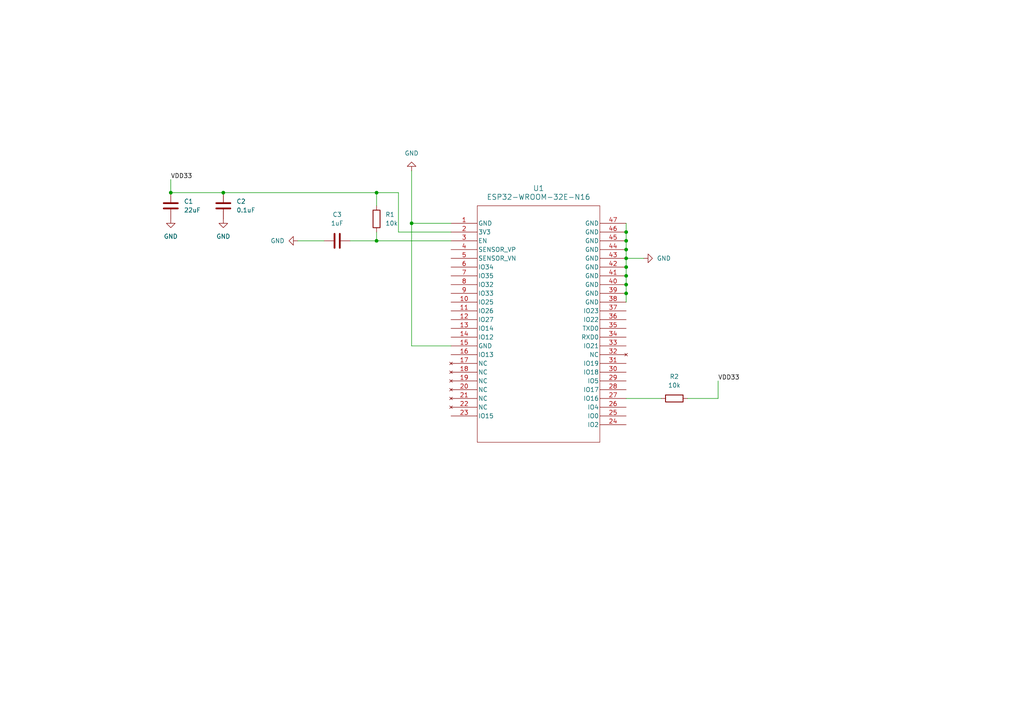
<source format=kicad_sch>
(kicad_sch
	(version 20231120)
	(generator "eeschema")
	(generator_version "8.0")
	(uuid "57743234-ce47-4192-879d-b8e0ce8cd561")
	(paper "A4")
	(lib_symbols
		(symbol "2024-10-13_22-34-19:ESP32-WROOM-32E-N16"
			(pin_names
				(offset 0.254)
			)
			(exclude_from_sim no)
			(in_bom yes)
			(on_board yes)
			(property "Reference" "U"
				(at 25.4 10.16 0)
				(effects
					(font
						(size 1.524 1.524)
					)
				)
			)
			(property "Value" "ESP32-WROOM-32E-N16"
				(at 25.4 7.62 0)
				(effects
					(font
						(size 1.524 1.524)
					)
				)
			)
			(property "Footprint" "ESP32-WROOM-32E_EXP"
				(at 0 0 0)
				(effects
					(font
						(size 1.27 1.27)
						(italic yes)
					)
					(hide yes)
				)
			)
			(property "Datasheet" "ESP32-WROOM-32E-N16"
				(at 0 0 0)
				(effects
					(font
						(size 1.27 1.27)
						(italic yes)
					)
					(hide yes)
				)
			)
			(property "Description" ""
				(at 0 0 0)
				(effects
					(font
						(size 1.27 1.27)
					)
					(hide yes)
				)
			)
			(property "ki_locked" ""
				(at 0 0 0)
				(effects
					(font
						(size 1.27 1.27)
					)
				)
			)
			(property "ki_keywords" "ESP32-WROOM-32E-N16"
				(at 0 0 0)
				(effects
					(font
						(size 1.27 1.27)
					)
					(hide yes)
				)
			)
			(property "ki_fp_filters" "ESP32-WROOM-32E_EXP"
				(at 0 0 0)
				(effects
					(font
						(size 1.27 1.27)
					)
					(hide yes)
				)
			)
			(symbol "ESP32-WROOM-32E-N16_0_1"
				(polyline
					(pts
						(xy 7.62 -63.5) (xy 43.18 -63.5)
					)
					(stroke
						(width 0.127)
						(type default)
					)
					(fill
						(type none)
					)
				)
				(polyline
					(pts
						(xy 7.62 5.08) (xy 7.62 -63.5)
					)
					(stroke
						(width 0.127)
						(type default)
					)
					(fill
						(type none)
					)
				)
				(polyline
					(pts
						(xy 43.18 -63.5) (xy 43.18 5.08)
					)
					(stroke
						(width 0.127)
						(type default)
					)
					(fill
						(type none)
					)
				)
				(polyline
					(pts
						(xy 43.18 5.08) (xy 7.62 5.08)
					)
					(stroke
						(width 0.127)
						(type default)
					)
					(fill
						(type none)
					)
				)
				(pin power_out line
					(at 0 0 0)
					(length 7.62)
					(name "GND"
						(effects
							(font
								(size 1.27 1.27)
							)
						)
					)
					(number "1"
						(effects
							(font
								(size 1.27 1.27)
							)
						)
					)
				)
				(pin bidirectional line
					(at 0 -22.86 0)
					(length 7.62)
					(name "IO25"
						(effects
							(font
								(size 1.27 1.27)
							)
						)
					)
					(number "10"
						(effects
							(font
								(size 1.27 1.27)
							)
						)
					)
				)
				(pin bidirectional line
					(at 0 -25.4 0)
					(length 7.62)
					(name "IO26"
						(effects
							(font
								(size 1.27 1.27)
							)
						)
					)
					(number "11"
						(effects
							(font
								(size 1.27 1.27)
							)
						)
					)
				)
				(pin bidirectional line
					(at 0 -27.94 0)
					(length 7.62)
					(name "IO27"
						(effects
							(font
								(size 1.27 1.27)
							)
						)
					)
					(number "12"
						(effects
							(font
								(size 1.27 1.27)
							)
						)
					)
				)
				(pin bidirectional line
					(at 0 -30.48 0)
					(length 7.62)
					(name "IO14"
						(effects
							(font
								(size 1.27 1.27)
							)
						)
					)
					(number "13"
						(effects
							(font
								(size 1.27 1.27)
							)
						)
					)
				)
				(pin bidirectional line
					(at 0 -33.02 0)
					(length 7.62)
					(name "IO12"
						(effects
							(font
								(size 1.27 1.27)
							)
						)
					)
					(number "14"
						(effects
							(font
								(size 1.27 1.27)
							)
						)
					)
				)
				(pin power_out line
					(at 0 -35.56 0)
					(length 7.62)
					(name "GND"
						(effects
							(font
								(size 1.27 1.27)
							)
						)
					)
					(number "15"
						(effects
							(font
								(size 1.27 1.27)
							)
						)
					)
				)
				(pin bidirectional line
					(at 0 -38.1 0)
					(length 7.62)
					(name "IO13"
						(effects
							(font
								(size 1.27 1.27)
							)
						)
					)
					(number "16"
						(effects
							(font
								(size 1.27 1.27)
							)
						)
					)
				)
				(pin no_connect line
					(at 0 -40.64 0)
					(length 7.62)
					(name "NC"
						(effects
							(font
								(size 1.27 1.27)
							)
						)
					)
					(number "17"
						(effects
							(font
								(size 1.27 1.27)
							)
						)
					)
				)
				(pin no_connect line
					(at 0 -43.18 0)
					(length 7.62)
					(name "NC"
						(effects
							(font
								(size 1.27 1.27)
							)
						)
					)
					(number "18"
						(effects
							(font
								(size 1.27 1.27)
							)
						)
					)
				)
				(pin no_connect line
					(at 0 -45.72 0)
					(length 7.62)
					(name "NC"
						(effects
							(font
								(size 1.27 1.27)
							)
						)
					)
					(number "19"
						(effects
							(font
								(size 1.27 1.27)
							)
						)
					)
				)
				(pin power_in line
					(at 0 -2.54 0)
					(length 7.62)
					(name "3V3"
						(effects
							(font
								(size 1.27 1.27)
							)
						)
					)
					(number "2"
						(effects
							(font
								(size 1.27 1.27)
							)
						)
					)
				)
				(pin no_connect line
					(at 0 -48.26 0)
					(length 7.62)
					(name "NC"
						(effects
							(font
								(size 1.27 1.27)
							)
						)
					)
					(number "20"
						(effects
							(font
								(size 1.27 1.27)
							)
						)
					)
				)
				(pin no_connect line
					(at 0 -50.8 0)
					(length 7.62)
					(name "NC"
						(effects
							(font
								(size 1.27 1.27)
							)
						)
					)
					(number "21"
						(effects
							(font
								(size 1.27 1.27)
							)
						)
					)
				)
				(pin no_connect line
					(at 0 -53.34 0)
					(length 7.62)
					(name "NC"
						(effects
							(font
								(size 1.27 1.27)
							)
						)
					)
					(number "22"
						(effects
							(font
								(size 1.27 1.27)
							)
						)
					)
				)
				(pin bidirectional line
					(at 0 -55.88 0)
					(length 7.62)
					(name "IO15"
						(effects
							(font
								(size 1.27 1.27)
							)
						)
					)
					(number "23"
						(effects
							(font
								(size 1.27 1.27)
							)
						)
					)
				)
				(pin bidirectional line
					(at 50.8 -58.42 180)
					(length 7.62)
					(name "IO2"
						(effects
							(font
								(size 1.27 1.27)
							)
						)
					)
					(number "24"
						(effects
							(font
								(size 1.27 1.27)
							)
						)
					)
				)
				(pin bidirectional line
					(at 50.8 -55.88 180)
					(length 7.62)
					(name "IO0"
						(effects
							(font
								(size 1.27 1.27)
							)
						)
					)
					(number "25"
						(effects
							(font
								(size 1.27 1.27)
							)
						)
					)
				)
				(pin bidirectional line
					(at 50.8 -53.34 180)
					(length 7.62)
					(name "IO4"
						(effects
							(font
								(size 1.27 1.27)
							)
						)
					)
					(number "26"
						(effects
							(font
								(size 1.27 1.27)
							)
						)
					)
				)
				(pin bidirectional line
					(at 50.8 -50.8 180)
					(length 7.62)
					(name "IO16"
						(effects
							(font
								(size 1.27 1.27)
							)
						)
					)
					(number "27"
						(effects
							(font
								(size 1.27 1.27)
							)
						)
					)
				)
				(pin bidirectional line
					(at 50.8 -48.26 180)
					(length 7.62)
					(name "IO17"
						(effects
							(font
								(size 1.27 1.27)
							)
						)
					)
					(number "28"
						(effects
							(font
								(size 1.27 1.27)
							)
						)
					)
				)
				(pin bidirectional line
					(at 50.8 -45.72 180)
					(length 7.62)
					(name "IO5"
						(effects
							(font
								(size 1.27 1.27)
							)
						)
					)
					(number "29"
						(effects
							(font
								(size 1.27 1.27)
							)
						)
					)
				)
				(pin input line
					(at 0 -5.08 0)
					(length 7.62)
					(name "EN"
						(effects
							(font
								(size 1.27 1.27)
							)
						)
					)
					(number "3"
						(effects
							(font
								(size 1.27 1.27)
							)
						)
					)
				)
				(pin bidirectional line
					(at 50.8 -43.18 180)
					(length 7.62)
					(name "IO18"
						(effects
							(font
								(size 1.27 1.27)
							)
						)
					)
					(number "30"
						(effects
							(font
								(size 1.27 1.27)
							)
						)
					)
				)
				(pin bidirectional line
					(at 50.8 -40.64 180)
					(length 7.62)
					(name "IO19"
						(effects
							(font
								(size 1.27 1.27)
							)
						)
					)
					(number "31"
						(effects
							(font
								(size 1.27 1.27)
							)
						)
					)
				)
				(pin no_connect line
					(at 50.8 -38.1 180)
					(length 7.62)
					(name "NC"
						(effects
							(font
								(size 1.27 1.27)
							)
						)
					)
					(number "32"
						(effects
							(font
								(size 1.27 1.27)
							)
						)
					)
				)
				(pin bidirectional line
					(at 50.8 -35.56 180)
					(length 7.62)
					(name "IO21"
						(effects
							(font
								(size 1.27 1.27)
							)
						)
					)
					(number "33"
						(effects
							(font
								(size 1.27 1.27)
							)
						)
					)
				)
				(pin bidirectional line
					(at 50.8 -33.02 180)
					(length 7.62)
					(name "RXD0"
						(effects
							(font
								(size 1.27 1.27)
							)
						)
					)
					(number "34"
						(effects
							(font
								(size 1.27 1.27)
							)
						)
					)
				)
				(pin bidirectional line
					(at 50.8 -30.48 180)
					(length 7.62)
					(name "TXD0"
						(effects
							(font
								(size 1.27 1.27)
							)
						)
					)
					(number "35"
						(effects
							(font
								(size 1.27 1.27)
							)
						)
					)
				)
				(pin bidirectional line
					(at 50.8 -27.94 180)
					(length 7.62)
					(name "IO22"
						(effects
							(font
								(size 1.27 1.27)
							)
						)
					)
					(number "36"
						(effects
							(font
								(size 1.27 1.27)
							)
						)
					)
				)
				(pin bidirectional line
					(at 50.8 -25.4 180)
					(length 7.62)
					(name "IO23"
						(effects
							(font
								(size 1.27 1.27)
							)
						)
					)
					(number "37"
						(effects
							(font
								(size 1.27 1.27)
							)
						)
					)
				)
				(pin power_out line
					(at 50.8 -22.86 180)
					(length 7.62)
					(name "GND"
						(effects
							(font
								(size 1.27 1.27)
							)
						)
					)
					(number "38"
						(effects
							(font
								(size 1.27 1.27)
							)
						)
					)
				)
				(pin power_out line
					(at 50.8 -20.32 180)
					(length 7.62)
					(name "GND"
						(effects
							(font
								(size 1.27 1.27)
							)
						)
					)
					(number "39"
						(effects
							(font
								(size 1.27 1.27)
							)
						)
					)
				)
				(pin input line
					(at 0 -7.62 0)
					(length 7.62)
					(name "SENSOR_VP"
						(effects
							(font
								(size 1.27 1.27)
							)
						)
					)
					(number "4"
						(effects
							(font
								(size 1.27 1.27)
							)
						)
					)
				)
				(pin power_out line
					(at 50.8 -17.78 180)
					(length 7.62)
					(name "GND"
						(effects
							(font
								(size 1.27 1.27)
							)
						)
					)
					(number "40"
						(effects
							(font
								(size 1.27 1.27)
							)
						)
					)
				)
				(pin power_out line
					(at 50.8 -15.24 180)
					(length 7.62)
					(name "GND"
						(effects
							(font
								(size 1.27 1.27)
							)
						)
					)
					(number "41"
						(effects
							(font
								(size 1.27 1.27)
							)
						)
					)
				)
				(pin power_out line
					(at 50.8 -12.7 180)
					(length 7.62)
					(name "GND"
						(effects
							(font
								(size 1.27 1.27)
							)
						)
					)
					(number "42"
						(effects
							(font
								(size 1.27 1.27)
							)
						)
					)
				)
				(pin power_out line
					(at 50.8 -10.16 180)
					(length 7.62)
					(name "GND"
						(effects
							(font
								(size 1.27 1.27)
							)
						)
					)
					(number "43"
						(effects
							(font
								(size 1.27 1.27)
							)
						)
					)
				)
				(pin power_out line
					(at 50.8 -7.62 180)
					(length 7.62)
					(name "GND"
						(effects
							(font
								(size 1.27 1.27)
							)
						)
					)
					(number "44"
						(effects
							(font
								(size 1.27 1.27)
							)
						)
					)
				)
				(pin power_out line
					(at 50.8 -5.08 180)
					(length 7.62)
					(name "GND"
						(effects
							(font
								(size 1.27 1.27)
							)
						)
					)
					(number "45"
						(effects
							(font
								(size 1.27 1.27)
							)
						)
					)
				)
				(pin power_out line
					(at 50.8 -2.54 180)
					(length 7.62)
					(name "GND"
						(effects
							(font
								(size 1.27 1.27)
							)
						)
					)
					(number "46"
						(effects
							(font
								(size 1.27 1.27)
							)
						)
					)
				)
				(pin power_out line
					(at 50.8 0 180)
					(length 7.62)
					(name "GND"
						(effects
							(font
								(size 1.27 1.27)
							)
						)
					)
					(number "47"
						(effects
							(font
								(size 1.27 1.27)
							)
						)
					)
				)
				(pin input line
					(at 0 -10.16 0)
					(length 7.62)
					(name "SENSOR_VN"
						(effects
							(font
								(size 1.27 1.27)
							)
						)
					)
					(number "5"
						(effects
							(font
								(size 1.27 1.27)
							)
						)
					)
				)
				(pin input line
					(at 0 -12.7 0)
					(length 7.62)
					(name "IO34"
						(effects
							(font
								(size 1.27 1.27)
							)
						)
					)
					(number "6"
						(effects
							(font
								(size 1.27 1.27)
							)
						)
					)
				)
				(pin input line
					(at 0 -15.24 0)
					(length 7.62)
					(name "IO35"
						(effects
							(font
								(size 1.27 1.27)
							)
						)
					)
					(number "7"
						(effects
							(font
								(size 1.27 1.27)
							)
						)
					)
				)
				(pin bidirectional line
					(at 0 -17.78 0)
					(length 7.62)
					(name "IO32"
						(effects
							(font
								(size 1.27 1.27)
							)
						)
					)
					(number "8"
						(effects
							(font
								(size 1.27 1.27)
							)
						)
					)
				)
				(pin bidirectional line
					(at 0 -20.32 0)
					(length 7.62)
					(name "IO33"
						(effects
							(font
								(size 1.27 1.27)
							)
						)
					)
					(number "9"
						(effects
							(font
								(size 1.27 1.27)
							)
						)
					)
				)
			)
		)
		(symbol "Device:C"
			(pin_numbers hide)
			(pin_names
				(offset 0.254)
			)
			(exclude_from_sim no)
			(in_bom yes)
			(on_board yes)
			(property "Reference" "C"
				(at 0.635 2.54 0)
				(effects
					(font
						(size 1.27 1.27)
					)
					(justify left)
				)
			)
			(property "Value" "C"
				(at 0.635 -2.54 0)
				(effects
					(font
						(size 1.27 1.27)
					)
					(justify left)
				)
			)
			(property "Footprint" ""
				(at 0.9652 -3.81 0)
				(effects
					(font
						(size 1.27 1.27)
					)
					(hide yes)
				)
			)
			(property "Datasheet" "~"
				(at 0 0 0)
				(effects
					(font
						(size 1.27 1.27)
					)
					(hide yes)
				)
			)
			(property "Description" "Unpolarized capacitor"
				(at 0 0 0)
				(effects
					(font
						(size 1.27 1.27)
					)
					(hide yes)
				)
			)
			(property "ki_keywords" "cap capacitor"
				(at 0 0 0)
				(effects
					(font
						(size 1.27 1.27)
					)
					(hide yes)
				)
			)
			(property "ki_fp_filters" "C_*"
				(at 0 0 0)
				(effects
					(font
						(size 1.27 1.27)
					)
					(hide yes)
				)
			)
			(symbol "C_0_1"
				(polyline
					(pts
						(xy -2.032 -0.762) (xy 2.032 -0.762)
					)
					(stroke
						(width 0.508)
						(type default)
					)
					(fill
						(type none)
					)
				)
				(polyline
					(pts
						(xy -2.032 0.762) (xy 2.032 0.762)
					)
					(stroke
						(width 0.508)
						(type default)
					)
					(fill
						(type none)
					)
				)
			)
			(symbol "C_1_1"
				(pin passive line
					(at 0 3.81 270)
					(length 2.794)
					(name "~"
						(effects
							(font
								(size 1.27 1.27)
							)
						)
					)
					(number "1"
						(effects
							(font
								(size 1.27 1.27)
							)
						)
					)
				)
				(pin passive line
					(at 0 -3.81 90)
					(length 2.794)
					(name "~"
						(effects
							(font
								(size 1.27 1.27)
							)
						)
					)
					(number "2"
						(effects
							(font
								(size 1.27 1.27)
							)
						)
					)
				)
			)
		)
		(symbol "Device:R"
			(pin_numbers hide)
			(pin_names
				(offset 0)
			)
			(exclude_from_sim no)
			(in_bom yes)
			(on_board yes)
			(property "Reference" "R"
				(at 2.032 0 90)
				(effects
					(font
						(size 1.27 1.27)
					)
				)
			)
			(property "Value" "R"
				(at 0 0 90)
				(effects
					(font
						(size 1.27 1.27)
					)
				)
			)
			(property "Footprint" ""
				(at -1.778 0 90)
				(effects
					(font
						(size 1.27 1.27)
					)
					(hide yes)
				)
			)
			(property "Datasheet" "~"
				(at 0 0 0)
				(effects
					(font
						(size 1.27 1.27)
					)
					(hide yes)
				)
			)
			(property "Description" "Resistor"
				(at 0 0 0)
				(effects
					(font
						(size 1.27 1.27)
					)
					(hide yes)
				)
			)
			(property "ki_keywords" "R res resistor"
				(at 0 0 0)
				(effects
					(font
						(size 1.27 1.27)
					)
					(hide yes)
				)
			)
			(property "ki_fp_filters" "R_*"
				(at 0 0 0)
				(effects
					(font
						(size 1.27 1.27)
					)
					(hide yes)
				)
			)
			(symbol "R_0_1"
				(rectangle
					(start -1.016 -2.54)
					(end 1.016 2.54)
					(stroke
						(width 0.254)
						(type default)
					)
					(fill
						(type none)
					)
				)
			)
			(symbol "R_1_1"
				(pin passive line
					(at 0 3.81 270)
					(length 1.27)
					(name "~"
						(effects
							(font
								(size 1.27 1.27)
							)
						)
					)
					(number "1"
						(effects
							(font
								(size 1.27 1.27)
							)
						)
					)
				)
				(pin passive line
					(at 0 -3.81 90)
					(length 1.27)
					(name "~"
						(effects
							(font
								(size 1.27 1.27)
							)
						)
					)
					(number "2"
						(effects
							(font
								(size 1.27 1.27)
							)
						)
					)
				)
			)
		)
		(symbol "power:GND"
			(power)
			(pin_numbers hide)
			(pin_names
				(offset 0) hide)
			(exclude_from_sim no)
			(in_bom yes)
			(on_board yes)
			(property "Reference" "#PWR"
				(at 0 -6.35 0)
				(effects
					(font
						(size 1.27 1.27)
					)
					(hide yes)
				)
			)
			(property "Value" "GND"
				(at 0 -3.81 0)
				(effects
					(font
						(size 1.27 1.27)
					)
				)
			)
			(property "Footprint" ""
				(at 0 0 0)
				(effects
					(font
						(size 1.27 1.27)
					)
					(hide yes)
				)
			)
			(property "Datasheet" ""
				(at 0 0 0)
				(effects
					(font
						(size 1.27 1.27)
					)
					(hide yes)
				)
			)
			(property "Description" "Power symbol creates a global label with name \"GND\" , ground"
				(at 0 0 0)
				(effects
					(font
						(size 1.27 1.27)
					)
					(hide yes)
				)
			)
			(property "ki_keywords" "global power"
				(at 0 0 0)
				(effects
					(font
						(size 1.27 1.27)
					)
					(hide yes)
				)
			)
			(symbol "GND_0_1"
				(polyline
					(pts
						(xy 0 0) (xy 0 -1.27) (xy 1.27 -1.27) (xy 0 -2.54) (xy -1.27 -1.27) (xy 0 -1.27)
					)
					(stroke
						(width 0)
						(type default)
					)
					(fill
						(type none)
					)
				)
			)
			(symbol "GND_1_1"
				(pin power_in line
					(at 0 0 270)
					(length 0)
					(name "~"
						(effects
							(font
								(size 1.27 1.27)
							)
						)
					)
					(number "1"
						(effects
							(font
								(size 1.27 1.27)
							)
						)
					)
				)
			)
		)
	)
	(junction
		(at 181.61 74.93)
		(diameter 0)
		(color 0 0 0 0)
		(uuid "12264ff2-ff2d-4e0d-ad6c-b5cb679e8118")
	)
	(junction
		(at 49.53 55.88)
		(diameter 0)
		(color 0 0 0 0)
		(uuid "1fd380f9-c69c-4673-95a5-3c377ba01383")
	)
	(junction
		(at 181.61 69.85)
		(diameter 0)
		(color 0 0 0 0)
		(uuid "39062bd6-01f0-4407-86f8-eacb45949a02")
	)
	(junction
		(at 181.61 82.55)
		(diameter 0)
		(color 0 0 0 0)
		(uuid "40e41774-065e-4ec4-b03e-20bc58f63fcc")
	)
	(junction
		(at 119.38 64.77)
		(diameter 0)
		(color 0 0 0 0)
		(uuid "42c96e87-0ee6-466d-9df2-ff8b4b6715d7")
	)
	(junction
		(at 181.61 67.31)
		(diameter 0)
		(color 0 0 0 0)
		(uuid "5646363a-543e-463f-b887-58ce7b402f25")
	)
	(junction
		(at 181.61 80.01)
		(diameter 0)
		(color 0 0 0 0)
		(uuid "65d706d2-d046-4bb8-8514-109a7195dd3c")
	)
	(junction
		(at 181.61 85.09)
		(diameter 0)
		(color 0 0 0 0)
		(uuid "6ba9fff7-6d38-4678-b67c-1d821120e9dd")
	)
	(junction
		(at 109.22 55.88)
		(diameter 0)
		(color 0 0 0 0)
		(uuid "a5ce9fde-07e6-4010-bea8-92b0313446f9")
	)
	(junction
		(at 181.61 72.39)
		(diameter 0)
		(color 0 0 0 0)
		(uuid "da825bfe-99a9-454d-b236-d8a7f3289feb")
	)
	(junction
		(at 109.22 69.85)
		(diameter 0)
		(color 0 0 0 0)
		(uuid "e13028d2-ac4e-450f-8275-9f4ca24d5402")
	)
	(junction
		(at 64.77 55.88)
		(diameter 0)
		(color 0 0 0 0)
		(uuid "ec1e38f6-b4ad-4c09-9e85-68215a5047bc")
	)
	(junction
		(at 181.61 77.47)
		(diameter 0)
		(color 0 0 0 0)
		(uuid "ec32f1ec-f938-4bb9-ba48-0cadc2ff5617")
	)
	(wire
		(pts
			(xy 109.22 55.88) (xy 115.57 55.88)
		)
		(stroke
			(width 0)
			(type default)
		)
		(uuid "011dbb80-7c6e-43eb-a272-fc25b30d59fc")
	)
	(wire
		(pts
			(xy 130.81 100.33) (xy 119.38 100.33)
		)
		(stroke
			(width 0)
			(type default)
		)
		(uuid "110cdc7b-71e2-4394-8bd3-b775358761a5")
	)
	(wire
		(pts
			(xy 130.81 67.31) (xy 115.57 67.31)
		)
		(stroke
			(width 0)
			(type default)
		)
		(uuid "146ad115-43be-45e0-bfaa-6c53bf65b923")
	)
	(wire
		(pts
			(xy 208.28 110.49) (xy 208.28 115.57)
		)
		(stroke
			(width 0)
			(type default)
		)
		(uuid "14710d44-86d7-475d-8035-d3cdc1f6cb55")
	)
	(wire
		(pts
			(xy 109.22 55.88) (xy 109.22 59.69)
		)
		(stroke
			(width 0)
			(type default)
		)
		(uuid "1c1ea002-8926-4f4b-83f8-816ec8644a3b")
	)
	(wire
		(pts
			(xy 109.22 55.88) (xy 64.77 55.88)
		)
		(stroke
			(width 0)
			(type default)
		)
		(uuid "2e09387c-e043-4f88-8a22-a6743edc780a")
	)
	(wire
		(pts
			(xy 119.38 64.77) (xy 119.38 100.33)
		)
		(stroke
			(width 0)
			(type default)
		)
		(uuid "2f4c17f9-1279-444d-ada2-054c4d354b0c")
	)
	(wire
		(pts
			(xy 109.22 69.85) (xy 130.81 69.85)
		)
		(stroke
			(width 0)
			(type default)
		)
		(uuid "31e01224-e7c7-4c4a-aa86-ce865c266b82")
	)
	(wire
		(pts
			(xy 101.6 69.85) (xy 109.22 69.85)
		)
		(stroke
			(width 0)
			(type default)
		)
		(uuid "3dde7420-f2f7-450a-b888-c94176901b77")
	)
	(wire
		(pts
			(xy 181.61 69.85) (xy 181.61 72.39)
		)
		(stroke
			(width 0)
			(type default)
		)
		(uuid "452b332e-0473-41fb-8c23-210f51710dad")
	)
	(wire
		(pts
			(xy 49.53 52.07) (xy 49.53 55.88)
		)
		(stroke
			(width 0)
			(type default)
		)
		(uuid "457aea50-a694-4f3d-b1e1-24e1b933a8b4")
	)
	(wire
		(pts
			(xy 119.38 49.53) (xy 119.38 64.77)
		)
		(stroke
			(width 0)
			(type default)
		)
		(uuid "46bcc631-ed0a-44d7-9078-b38877f37074")
	)
	(wire
		(pts
			(xy 181.61 82.55) (xy 181.61 85.09)
		)
		(stroke
			(width 0)
			(type default)
		)
		(uuid "4c880567-dad3-42fc-a738-1b0d41eeaf06")
	)
	(wire
		(pts
			(xy 181.61 85.09) (xy 181.61 87.63)
		)
		(stroke
			(width 0)
			(type default)
		)
		(uuid "6965f58d-b225-4579-8c39-b7e8cb1a3c81")
	)
	(wire
		(pts
			(xy 181.61 115.57) (xy 191.77 115.57)
		)
		(stroke
			(width 0)
			(type default)
		)
		(uuid "70cda676-2e31-41e7-8045-b865b2b42a8f")
	)
	(wire
		(pts
			(xy 199.39 115.57) (xy 208.28 115.57)
		)
		(stroke
			(width 0)
			(type default)
		)
		(uuid "7de3574a-49c3-4fe6-91c3-dcda07ce469f")
	)
	(wire
		(pts
			(xy 181.61 80.01) (xy 181.61 82.55)
		)
		(stroke
			(width 0)
			(type default)
		)
		(uuid "7f33f572-0a17-42be-bf5c-83450bf30119")
	)
	(wire
		(pts
			(xy 115.57 67.31) (xy 115.57 55.88)
		)
		(stroke
			(width 0)
			(type default)
		)
		(uuid "8da8311b-dfe0-4a92-8215-33c6f5647a19")
	)
	(wire
		(pts
			(xy 49.53 55.88) (xy 64.77 55.88)
		)
		(stroke
			(width 0)
			(type default)
		)
		(uuid "91c162f1-262a-43fc-a8ed-a5e7df398eab")
	)
	(wire
		(pts
			(xy 181.61 67.31) (xy 181.61 69.85)
		)
		(stroke
			(width 0)
			(type default)
		)
		(uuid "a24a184d-068d-4e2a-9354-65b736b6928d")
	)
	(wire
		(pts
			(xy 181.61 74.93) (xy 181.61 77.47)
		)
		(stroke
			(width 0)
			(type default)
		)
		(uuid "a5a685ac-9e77-40b8-a829-b5e2ee706d9f")
	)
	(wire
		(pts
			(xy 181.61 77.47) (xy 181.61 80.01)
		)
		(stroke
			(width 0)
			(type default)
		)
		(uuid "a8ed42f2-e72e-478c-8419-a1269a168bc3")
	)
	(wire
		(pts
			(xy 119.38 64.77) (xy 130.81 64.77)
		)
		(stroke
			(width 0)
			(type default)
		)
		(uuid "bc83ff1e-a2b5-4671-b343-4d58a7e44f96")
	)
	(wire
		(pts
			(xy 86.36 69.85) (xy 93.98 69.85)
		)
		(stroke
			(width 0)
			(type default)
		)
		(uuid "c296e954-e923-4127-85dd-40fdc985593f")
	)
	(wire
		(pts
			(xy 109.22 67.31) (xy 109.22 69.85)
		)
		(stroke
			(width 0)
			(type default)
		)
		(uuid "d7a1e1cd-23cc-4052-abcc-72d5f3cba611")
	)
	(wire
		(pts
			(xy 181.61 72.39) (xy 181.61 74.93)
		)
		(stroke
			(width 0)
			(type default)
		)
		(uuid "f28a8ee7-57a3-4292-bb69-801735487d3a")
	)
	(wire
		(pts
			(xy 181.61 74.93) (xy 186.69 74.93)
		)
		(stroke
			(width 0)
			(type default)
		)
		(uuid "f5b4eb64-3cc3-4e07-8b13-ef7ffc65e2d2")
	)
	(wire
		(pts
			(xy 181.61 64.77) (xy 181.61 67.31)
		)
		(stroke
			(width 0)
			(type default)
		)
		(uuid "feed6982-80ee-4bef-b90a-0b87c7ef10c3")
	)
	(label "VDD33"
		(at 49.53 52.07 0)
		(fields_autoplaced yes)
		(effects
			(font
				(size 1.27 1.27)
			)
			(justify left bottom)
		)
		(uuid "5cde9129-d521-470c-929f-1f6be0df7ece")
	)
	(label "VDD33"
		(at 208.28 110.49 0)
		(fields_autoplaced yes)
		(effects
			(font
				(size 1.27 1.27)
			)
			(justify left bottom)
		)
		(uuid "7cb00a9e-bdb8-4b7c-8e7b-0a578b60b952")
	)
	(symbol
		(lib_id "Device:C")
		(at 49.53 59.69 0)
		(unit 1)
		(exclude_from_sim no)
		(in_bom yes)
		(on_board yes)
		(dnp no)
		(fields_autoplaced yes)
		(uuid "2258b869-1884-40ad-809e-aefc83f95a2a")
		(property "Reference" "C1"
			(at 53.34 58.4199 0)
			(effects
				(font
					(size 1.27 1.27)
				)
				(justify left)
			)
		)
		(property "Value" "22uF"
			(at 53.34 60.9599 0)
			(effects
				(font
					(size 1.27 1.27)
				)
				(justify left)
			)
		)
		(property "Footprint" ""
			(at 50.4952 63.5 0)
			(effects
				(font
					(size 1.27 1.27)
				)
				(hide yes)
			)
		)
		(property "Datasheet" "~"
			(at 49.53 59.69 0)
			(effects
				(font
					(size 1.27 1.27)
				)
				(hide yes)
			)
		)
		(property "Description" "Unpolarized capacitor"
			(at 49.53 59.69 0)
			(effects
				(font
					(size 1.27 1.27)
				)
				(hide yes)
			)
		)
		(pin "1"
			(uuid "be44f1ab-9845-4f45-9c91-c37692becec6")
		)
		(pin "2"
			(uuid "2630002c-2485-4f1f-a290-38b3c7353345")
		)
		(instances
			(project ""
				(path "/57743234-ce47-4192-879d-b8e0ce8cd561"
					(reference "C1")
					(unit 1)
				)
			)
		)
	)
	(symbol
		(lib_id "power:GND")
		(at 86.36 69.85 270)
		(unit 1)
		(exclude_from_sim no)
		(in_bom yes)
		(on_board yes)
		(dnp no)
		(fields_autoplaced yes)
		(uuid "7482af4e-5e15-4a6b-9538-a641d5b0c81d")
		(property "Reference" "#PWR05"
			(at 80.01 69.85 0)
			(effects
				(font
					(size 1.27 1.27)
				)
				(hide yes)
			)
		)
		(property "Value" "GND"
			(at 82.55 69.8499 90)
			(effects
				(font
					(size 1.27 1.27)
				)
				(justify right)
			)
		)
		(property "Footprint" ""
			(at 86.36 69.85 0)
			(effects
				(font
					(size 1.27 1.27)
				)
				(hide yes)
			)
		)
		(property "Datasheet" ""
			(at 86.36 69.85 0)
			(effects
				(font
					(size 1.27 1.27)
				)
				(hide yes)
			)
		)
		(property "Description" "Power symbol creates a global label with name \"GND\" , ground"
			(at 86.36 69.85 0)
			(effects
				(font
					(size 1.27 1.27)
				)
				(hide yes)
			)
		)
		(pin "1"
			(uuid "7a53d309-72c8-4802-bb77-3f7285a73320")
		)
		(instances
			(project ""
				(path "/57743234-ce47-4192-879d-b8e0ce8cd561"
					(reference "#PWR05")
					(unit 1)
				)
			)
		)
	)
	(symbol
		(lib_id "Device:C")
		(at 64.77 59.69 0)
		(unit 1)
		(exclude_from_sim no)
		(in_bom yes)
		(on_board yes)
		(dnp no)
		(fields_autoplaced yes)
		(uuid "7d782799-e3ad-47ae-ad4c-c6fc8b9f0d11")
		(property "Reference" "C2"
			(at 68.58 58.4199 0)
			(effects
				(font
					(size 1.27 1.27)
				)
				(justify left)
			)
		)
		(property "Value" "0.1uF"
			(at 68.58 60.9599 0)
			(effects
				(font
					(size 1.27 1.27)
				)
				(justify left)
			)
		)
		(property "Footprint" ""
			(at 65.7352 63.5 0)
			(effects
				(font
					(size 1.27 1.27)
				)
				(hide yes)
			)
		)
		(property "Datasheet" "~"
			(at 64.77 59.69 0)
			(effects
				(font
					(size 1.27 1.27)
				)
				(hide yes)
			)
		)
		(property "Description" "Unpolarized capacitor"
			(at 64.77 59.69 0)
			(effects
				(font
					(size 1.27 1.27)
				)
				(hide yes)
			)
		)
		(pin "1"
			(uuid "49d0b6af-997c-4c12-a2eb-f5f1e8dc27e5")
		)
		(pin "2"
			(uuid "ce82ec84-a754-4d7d-ad71-4a77bb1856ec")
		)
		(instances
			(project ""
				(path "/57743234-ce47-4192-879d-b8e0ce8cd561"
					(reference "C2")
					(unit 1)
				)
			)
		)
	)
	(symbol
		(lib_id "power:GND")
		(at 119.38 49.53 180)
		(unit 1)
		(exclude_from_sim no)
		(in_bom yes)
		(on_board yes)
		(dnp no)
		(fields_autoplaced yes)
		(uuid "7f30c647-6b35-4e8b-8c1d-b4f69ee8ac54")
		(property "Reference" "#PWR01"
			(at 119.38 43.18 0)
			(effects
				(font
					(size 1.27 1.27)
				)
				(hide yes)
			)
		)
		(property "Value" "GND"
			(at 119.38 44.45 0)
			(effects
				(font
					(size 1.27 1.27)
				)
			)
		)
		(property "Footprint" ""
			(at 119.38 49.53 0)
			(effects
				(font
					(size 1.27 1.27)
				)
				(hide yes)
			)
		)
		(property "Datasheet" ""
			(at 119.38 49.53 0)
			(effects
				(font
					(size 1.27 1.27)
				)
				(hide yes)
			)
		)
		(property "Description" "Power symbol creates a global label with name \"GND\" , ground"
			(at 119.38 49.53 0)
			(effects
				(font
					(size 1.27 1.27)
				)
				(hide yes)
			)
		)
		(pin "1"
			(uuid "134eb6d2-6b27-4952-b37b-db6780707577")
		)
		(instances
			(project ""
				(path "/57743234-ce47-4192-879d-b8e0ce8cd561"
					(reference "#PWR01")
					(unit 1)
				)
			)
		)
	)
	(symbol
		(lib_id "Device:C")
		(at 97.79 69.85 90)
		(unit 1)
		(exclude_from_sim no)
		(in_bom yes)
		(on_board yes)
		(dnp no)
		(fields_autoplaced yes)
		(uuid "ab0df76d-c4b0-48f5-bafa-7dc5267a1cab")
		(property "Reference" "C3"
			(at 97.79 62.23 90)
			(effects
				(font
					(size 1.27 1.27)
				)
			)
		)
		(property "Value" "1uF"
			(at 97.79 64.77 90)
			(effects
				(font
					(size 1.27 1.27)
				)
			)
		)
		(property "Footprint" ""
			(at 101.6 68.8848 0)
			(effects
				(font
					(size 1.27 1.27)
				)
				(hide yes)
			)
		)
		(property "Datasheet" "~"
			(at 97.79 69.85 0)
			(effects
				(font
					(size 1.27 1.27)
				)
				(hide yes)
			)
		)
		(property "Description" "Unpolarized capacitor"
			(at 97.79 69.85 0)
			(effects
				(font
					(size 1.27 1.27)
				)
				(hide yes)
			)
		)
		(pin "2"
			(uuid "e4c1c217-1793-4c08-ab59-cb1f1ed2f522")
		)
		(pin "1"
			(uuid "6ef8037c-ee94-4cff-9d14-9c607506c8d6")
		)
		(instances
			(project ""
				(path "/57743234-ce47-4192-879d-b8e0ce8cd561"
					(reference "C3")
					(unit 1)
				)
			)
		)
	)
	(symbol
		(lib_id "Device:R")
		(at 109.22 63.5 0)
		(unit 1)
		(exclude_from_sim no)
		(in_bom yes)
		(on_board yes)
		(dnp no)
		(fields_autoplaced yes)
		(uuid "c173ef07-f398-49fd-ad69-2966bf19fc0f")
		(property "Reference" "R1"
			(at 111.76 62.2299 0)
			(effects
				(font
					(size 1.27 1.27)
				)
				(justify left)
			)
		)
		(property "Value" "10k"
			(at 111.76 64.7699 0)
			(effects
				(font
					(size 1.27 1.27)
				)
				(justify left)
			)
		)
		(property "Footprint" ""
			(at 107.442 63.5 90)
			(effects
				(font
					(size 1.27 1.27)
				)
				(hide yes)
			)
		)
		(property "Datasheet" "~"
			(at 109.22 63.5 0)
			(effects
				(font
					(size 1.27 1.27)
				)
				(hide yes)
			)
		)
		(property "Description" "Resistor"
			(at 109.22 63.5 0)
			(effects
				(font
					(size 1.27 1.27)
				)
				(hide yes)
			)
		)
		(pin "1"
			(uuid "57a1bd82-afad-4e42-a27e-0bb8b68e962f")
		)
		(pin "2"
			(uuid "bac1f3c0-2d42-45d9-9088-2a177fa430bf")
		)
		(instances
			(project ""
				(path "/57743234-ce47-4192-879d-b8e0ce8cd561"
					(reference "R1")
					(unit 1)
				)
			)
		)
	)
	(symbol
		(lib_id "power:GND")
		(at 186.69 74.93 90)
		(unit 1)
		(exclude_from_sim no)
		(in_bom yes)
		(on_board yes)
		(dnp no)
		(fields_autoplaced yes)
		(uuid "d58a77da-0b52-40f2-95bd-a05cbfa8795a")
		(property "Reference" "#PWR03"
			(at 193.04 74.93 0)
			(effects
				(font
					(size 1.27 1.27)
				)
				(hide yes)
			)
		)
		(property "Value" "GND"
			(at 190.5 74.9299 90)
			(effects
				(font
					(size 1.27 1.27)
				)
				(justify right)
			)
		)
		(property "Footprint" ""
			(at 186.69 74.93 0)
			(effects
				(font
					(size 1.27 1.27)
				)
				(hide yes)
			)
		)
		(property "Datasheet" ""
			(at 186.69 74.93 0)
			(effects
				(font
					(size 1.27 1.27)
				)
				(hide yes)
			)
		)
		(property "Description" "Power symbol creates a global label with name \"GND\" , ground"
			(at 186.69 74.93 0)
			(effects
				(font
					(size 1.27 1.27)
				)
				(hide yes)
			)
		)
		(pin "1"
			(uuid "812d3b05-ec54-4cb3-a2fc-61a2dc3b0999")
		)
		(instances
			(project ""
				(path "/57743234-ce47-4192-879d-b8e0ce8cd561"
					(reference "#PWR03")
					(unit 1)
				)
			)
		)
	)
	(symbol
		(lib_id "2024-10-13_22-34-19:ESP32-WROOM-32E-N16")
		(at 130.81 64.77 0)
		(unit 1)
		(exclude_from_sim no)
		(in_bom yes)
		(on_board yes)
		(dnp no)
		(fields_autoplaced yes)
		(uuid "dd61bbc7-0707-4ce1-9e1f-aa2d0b6da0ee")
		(property "Reference" "U1"
			(at 156.21 54.61 0)
			(effects
				(font
					(size 1.524 1.524)
				)
			)
		)
		(property "Value" "ESP32-WROOM-32E-N16"
			(at 156.21 57.15 0)
			(effects
				(font
					(size 1.524 1.524)
				)
			)
		)
		(property "Footprint" "ESP32-WROOM-32E_EXP"
			(at 130.81 64.77 0)
			(effects
				(font
					(size 1.27 1.27)
					(italic yes)
				)
				(hide yes)
			)
		)
		(property "Datasheet" "ESP32-WROOM-32E-N16"
			(at 130.81 64.77 0)
			(effects
				(font
					(size 1.27 1.27)
					(italic yes)
				)
				(hide yes)
			)
		)
		(property "Description" ""
			(at 130.81 64.77 0)
			(effects
				(font
					(size 1.27 1.27)
				)
				(hide yes)
			)
		)
		(pin "1"
			(uuid "35d3bd88-3ece-484d-bba8-45225c277b60")
		)
		(pin "32"
			(uuid "67871e25-6962-47d6-b5b7-e213eab3f243")
		)
		(pin "42"
			(uuid "206a8879-d9da-48e2-96f4-6236a1f673b3")
		)
		(pin "43"
			(uuid "ba3672b5-133c-4174-b071-851e95a868d1")
		)
		(pin "22"
			(uuid "6e7c070a-9fc0-43f6-b8d8-47a62244d3ac")
		)
		(pin "39"
			(uuid "36148b5f-8604-4349-b7b0-1632e53a2365")
		)
		(pin "11"
			(uuid "354284c3-cf38-4a34-b386-e998cbd141e0")
		)
		(pin "47"
			(uuid "eeba35d6-bb11-48fc-b5fe-5e87ba1f0622")
		)
		(pin "30"
			(uuid "6f2ad569-acb3-4307-88c8-d2712d7423bb")
		)
		(pin "5"
			(uuid "b7233c7e-020d-4cff-bc43-d9d0b9d55e54")
		)
		(pin "6"
			(uuid "52f82a92-1c9e-422c-b82b-17a06e3f1722")
		)
		(pin "36"
			(uuid "bed5940c-70e5-431d-8d8a-6ff85c68eb89")
		)
		(pin "7"
			(uuid "40e9793c-83b3-4217-a4e0-6876ebe45288")
		)
		(pin "9"
			(uuid "a300f9b8-4ce7-42a3-bd81-3899a8f32217")
		)
		(pin "10"
			(uuid "7e021022-c705-4451-bbdc-27b1cfb764b2")
		)
		(pin "13"
			(uuid "2c592c76-faba-42e7-b4c9-bdb839013139")
		)
		(pin "8"
			(uuid "1526c417-54ac-4c9e-8cd5-fda966538166")
		)
		(pin "16"
			(uuid "1f326458-8bee-4254-a6cc-317868c466de")
		)
		(pin "26"
			(uuid "f29a3ec9-154e-4357-8be5-b0c59354aab1")
		)
		(pin "18"
			(uuid "8ccd3ede-eea8-45a7-8683-e64209c3975e")
		)
		(pin "29"
			(uuid "eb70c4c6-ded6-4c98-bd01-0785d2271d50")
		)
		(pin "31"
			(uuid "8f0a6443-615e-4f9e-b22d-bfd32af8f95d")
		)
		(pin "38"
			(uuid "e41c94a1-ed74-4992-850e-d4c733cc2680")
		)
		(pin "14"
			(uuid "f948e67b-84eb-4906-822d-62c368a56433")
		)
		(pin "17"
			(uuid "b8c7276e-cba7-4bcc-b3ea-de9b8d9875c2")
		)
		(pin "20"
			(uuid "f8346d1f-d67e-4818-9efa-93ccaaa22165")
		)
		(pin "41"
			(uuid "b1dc2dc0-7324-470f-b975-954ada980a98")
		)
		(pin "27"
			(uuid "e726e748-be17-4619-9fec-13376d55e76c")
		)
		(pin "33"
			(uuid "4e1f7f30-5f69-47ca-b167-b4e6b8ddb870")
		)
		(pin "34"
			(uuid "95190825-492f-4427-b2e6-d92f630df9ae")
		)
		(pin "35"
			(uuid "07bfe3ec-fefa-406b-b6ce-491e42db8a79")
		)
		(pin "40"
			(uuid "0abd506e-4f44-4953-a9db-e424bfee8219")
		)
		(pin "12"
			(uuid "7075fc28-09d3-42e4-beb2-ae9b00d0f2f8")
		)
		(pin "23"
			(uuid "a9fed41d-65e9-478d-9b72-f70315957344")
		)
		(pin "24"
			(uuid "c010db62-5636-4138-9928-6fcd26265b1e")
		)
		(pin "44"
			(uuid "55d4f805-cefd-444b-a319-7e5c829b5f09")
		)
		(pin "15"
			(uuid "f7c505e5-47ec-4921-a1fb-bccc5f6043f9")
		)
		(pin "2"
			(uuid "278d4375-7394-4dff-b6fe-544ae6afbf4b")
		)
		(pin "21"
			(uuid "ed8fdc40-26a4-4db7-8d99-c788bbd43cc9")
		)
		(pin "25"
			(uuid "cf6883b8-b057-4f24-8b78-38efe8de5cfd")
		)
		(pin "28"
			(uuid "286494cc-9275-4116-a3b1-39143735a1a5")
		)
		(pin "37"
			(uuid "3cc2c5c9-9159-4112-9ce3-68c3c3bc41a9")
		)
		(pin "19"
			(uuid "674450ef-e87f-47d7-81bc-8b76edfbf764")
		)
		(pin "3"
			(uuid "b1a42164-0c49-4961-930f-0b4e65e6b69a")
		)
		(pin "4"
			(uuid "491b058d-65ed-49a5-a5b1-eae94bb888c1")
		)
		(pin "45"
			(uuid "179f6604-6985-469d-b227-1f0416bab47f")
		)
		(pin "46"
			(uuid "0710c313-ea26-47ef-8634-0a369fab5066")
		)
		(instances
			(project ""
				(path "/57743234-ce47-4192-879d-b8e0ce8cd561"
					(reference "U1")
					(unit 1)
				)
			)
		)
	)
	(symbol
		(lib_id "power:GND")
		(at 64.77 63.5 0)
		(unit 1)
		(exclude_from_sim no)
		(in_bom yes)
		(on_board yes)
		(dnp no)
		(fields_autoplaced yes)
		(uuid "e34f6732-9382-424d-84f2-4c12e2a8eed6")
		(property "Reference" "#PWR04"
			(at 64.77 69.85 0)
			(effects
				(font
					(size 1.27 1.27)
				)
				(hide yes)
			)
		)
		(property "Value" "GND"
			(at 64.77 68.58 0)
			(effects
				(font
					(size 1.27 1.27)
				)
			)
		)
		(property "Footprint" ""
			(at 64.77 63.5 0)
			(effects
				(font
					(size 1.27 1.27)
				)
				(hide yes)
			)
		)
		(property "Datasheet" ""
			(at 64.77 63.5 0)
			(effects
				(font
					(size 1.27 1.27)
				)
				(hide yes)
			)
		)
		(property "Description" "Power symbol creates a global label with name \"GND\" , ground"
			(at 64.77 63.5 0)
			(effects
				(font
					(size 1.27 1.27)
				)
				(hide yes)
			)
		)
		(pin "1"
			(uuid "fe0247af-d76a-4951-b443-a4c4685e50f5")
		)
		(instances
			(project ""
				(path "/57743234-ce47-4192-879d-b8e0ce8cd561"
					(reference "#PWR04")
					(unit 1)
				)
			)
		)
	)
	(symbol
		(lib_id "Device:R")
		(at 195.58 115.57 90)
		(unit 1)
		(exclude_from_sim no)
		(in_bom yes)
		(on_board yes)
		(dnp no)
		(fields_autoplaced yes)
		(uuid "e46f545c-5d8f-4170-82e8-de6041f6a842")
		(property "Reference" "R2"
			(at 195.58 109.22 90)
			(effects
				(font
					(size 1.27 1.27)
				)
			)
		)
		(property "Value" "10k"
			(at 195.58 111.76 90)
			(effects
				(font
					(size 1.27 1.27)
				)
			)
		)
		(property "Footprint" ""
			(at 195.58 117.348 90)
			(effects
				(font
					(size 1.27 1.27)
				)
				(hide yes)
			)
		)
		(property "Datasheet" "~"
			(at 195.58 115.57 0)
			(effects
				(font
					(size 1.27 1.27)
				)
				(hide yes)
			)
		)
		(property "Description" "Resistor"
			(at 195.58 115.57 0)
			(effects
				(font
					(size 1.27 1.27)
				)
				(hide yes)
			)
		)
		(pin "2"
			(uuid "8d088de3-e0de-4fb9-8aae-4ecc2d56c453")
		)
		(pin "1"
			(uuid "55fa3f6c-69a7-421c-9624-dab27add53dd")
		)
		(instances
			(project ""
				(path "/57743234-ce47-4192-879d-b8e0ce8cd561"
					(reference "R2")
					(unit 1)
				)
			)
		)
	)
	(symbol
		(lib_id "power:GND")
		(at 49.53 63.5 0)
		(unit 1)
		(exclude_from_sim no)
		(in_bom yes)
		(on_board yes)
		(dnp no)
		(fields_autoplaced yes)
		(uuid "e63a3676-b533-46cb-9e94-b6f2d4060698")
		(property "Reference" "#PWR02"
			(at 49.53 69.85 0)
			(effects
				(font
					(size 1.27 1.27)
				)
				(hide yes)
			)
		)
		(property "Value" "GND"
			(at 49.53 68.58 0)
			(effects
				(font
					(size 1.27 1.27)
				)
			)
		)
		(property "Footprint" ""
			(at 49.53 63.5 0)
			(effects
				(font
					(size 1.27 1.27)
				)
				(hide yes)
			)
		)
		(property "Datasheet" ""
			(at 49.53 63.5 0)
			(effects
				(font
					(size 1.27 1.27)
				)
				(hide yes)
			)
		)
		(property "Description" "Power symbol creates a global label with name \"GND\" , ground"
			(at 49.53 63.5 0)
			(effects
				(font
					(size 1.27 1.27)
				)
				(hide yes)
			)
		)
		(pin "1"
			(uuid "4feb222c-d4ee-45dd-acd7-aea39baf61c0")
		)
		(instances
			(project ""
				(path "/57743234-ce47-4192-879d-b8e0ce8cd561"
					(reference "#PWR02")
					(unit 1)
				)
			)
		)
	)
	(sheet_instances
		(path "/"
			(page "1")
		)
	)
)

</source>
